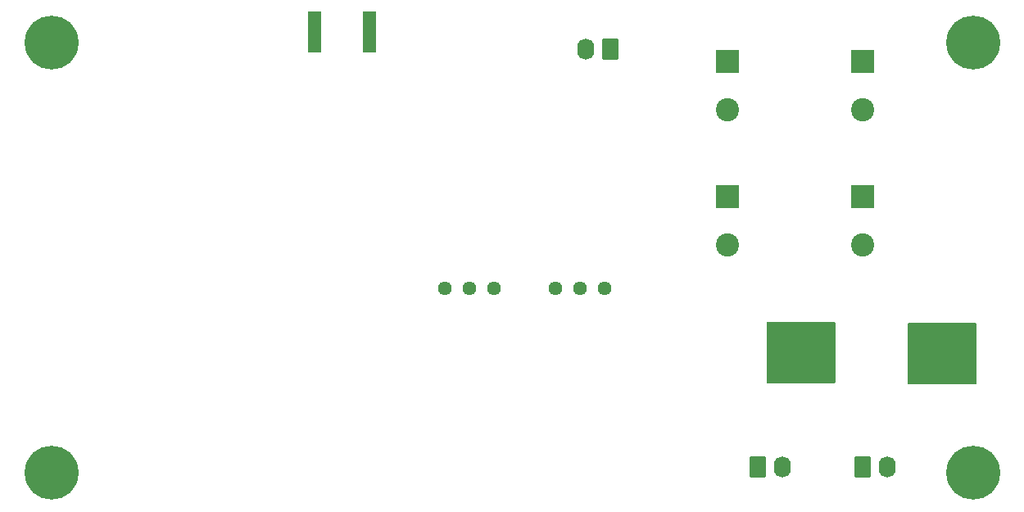
<source format=gbr>
%TF.GenerationSoftware,KiCad,Pcbnew,8.0.1*%
%TF.CreationDate,2024-07-13T13:04:58-04:00*%
%TF.ProjectId,GaN Drain Driver,47614e20-4472-4616-996e-204472697665,v1.0*%
%TF.SameCoordinates,Original*%
%TF.FileFunction,Soldermask,Bot*%
%TF.FilePolarity,Negative*%
%FSLAX46Y46*%
G04 Gerber Fmt 4.6, Leading zero omitted, Abs format (unit mm)*
G04 Created by KiCad (PCBNEW 8.0.1) date 2024-07-13 13:04:58*
%MOMM*%
%LPD*%
G01*
G04 APERTURE LIST*
G04 Aperture macros list*
%AMRoundRect*
0 Rectangle with rounded corners*
0 $1 Rounding radius*
0 $2 $3 $4 $5 $6 $7 $8 $9 X,Y pos of 4 corners*
0 Add a 4 corners polygon primitive as box body*
4,1,4,$2,$3,$4,$5,$6,$7,$8,$9,$2,$3,0*
0 Add four circle primitives for the rounded corners*
1,1,$1+$1,$2,$3*
1,1,$1+$1,$4,$5*
1,1,$1+$1,$6,$7*
1,1,$1+$1,$8,$9*
0 Add four rect primitives between the rounded corners*
20,1,$1+$1,$2,$3,$4,$5,0*
20,1,$1+$1,$4,$5,$6,$7,0*
20,1,$1+$1,$6,$7,$8,$9,0*
20,1,$1+$1,$8,$9,$2,$3,0*%
G04 Aperture macros list end*
%ADD10R,2.400000X2.400000*%
%ADD11C,2.400000*%
%ADD12RoundRect,0.250000X-0.620000X-0.845000X0.620000X-0.845000X0.620000X0.845000X-0.620000X0.845000X0*%
%ADD13O,1.740000X2.190000*%
%ADD14C,5.562600*%
%ADD15RoundRect,0.250000X0.620000X0.845000X-0.620000X0.845000X-0.620000X-0.845000X0.620000X-0.845000X0*%
%ADD16R,1.350000X4.200000*%
%ADD17C,1.440000*%
G04 APERTURE END LIST*
D10*
%TO.C,C20*%
X137795000Y-44450000D03*
D11*
X137795000Y-49450000D03*
%TD*%
D10*
%TO.C,C4*%
X123825000Y-44450000D03*
D11*
X123825000Y-49450000D03*
%TD*%
D12*
%TO.C,J2*%
X137795000Y-72370000D03*
D13*
X140335000Y-72370000D03*
%TD*%
D14*
%TO.C,H4*%
X53975000Y-73025000D03*
%TD*%
D10*
%TO.C,C21*%
X123825000Y-30480000D03*
D11*
X123825000Y-35480000D03*
%TD*%
D14*
%TO.C,H3*%
X149225000Y-73025000D03*
%TD*%
D15*
%TO.C,J4*%
X111760000Y-29190000D03*
D13*
X109220000Y-29190000D03*
%TD*%
%TO.C,J3*%
X129540000Y-72410000D03*
D12*
X127000000Y-72410000D03*
%TD*%
D16*
%TO.C,J1*%
X86837000Y-27482800D03*
X81187000Y-27482800D03*
%TD*%
D10*
%TO.C,C24*%
X137795000Y-30480000D03*
D11*
X137795000Y-35480000D03*
%TD*%
D14*
%TO.C,H1*%
X149225000Y-28575000D03*
%TD*%
D17*
%TO.C,RV1*%
X111125000Y-53975000D03*
X108585000Y-53975000D03*
X106045000Y-53975000D03*
%TD*%
D14*
%TO.C,H2*%
X53975000Y-28575000D03*
%TD*%
D17*
%TO.C,RV2*%
X99695000Y-53975000D03*
X97155000Y-53975000D03*
X94615000Y-53975000D03*
%TD*%
G36*
X149549039Y-57550685D02*
G01*
X149594794Y-57603489D01*
X149606000Y-57655000D01*
X149606000Y-63757000D01*
X149586315Y-63824039D01*
X149533511Y-63869794D01*
X149482000Y-63881000D01*
X142618000Y-63881000D01*
X142550961Y-63861315D01*
X142505206Y-63808511D01*
X142494000Y-63757000D01*
X142494000Y-57655000D01*
X142513685Y-57587961D01*
X142566489Y-57542206D01*
X142618000Y-57531000D01*
X149482000Y-57531000D01*
X149549039Y-57550685D01*
G37*
G36*
X134944039Y-57423685D02*
G01*
X134989794Y-57476489D01*
X135001000Y-57528000D01*
X135001000Y-63630000D01*
X134981315Y-63697039D01*
X134928511Y-63742794D01*
X134877000Y-63754000D01*
X128013000Y-63754000D01*
X127945961Y-63734315D01*
X127900206Y-63681511D01*
X127889000Y-63630000D01*
X127889000Y-57528000D01*
X127908685Y-57460961D01*
X127961489Y-57415206D01*
X128013000Y-57404000D01*
X134877000Y-57404000D01*
X134944039Y-57423685D01*
G37*
M02*

</source>
